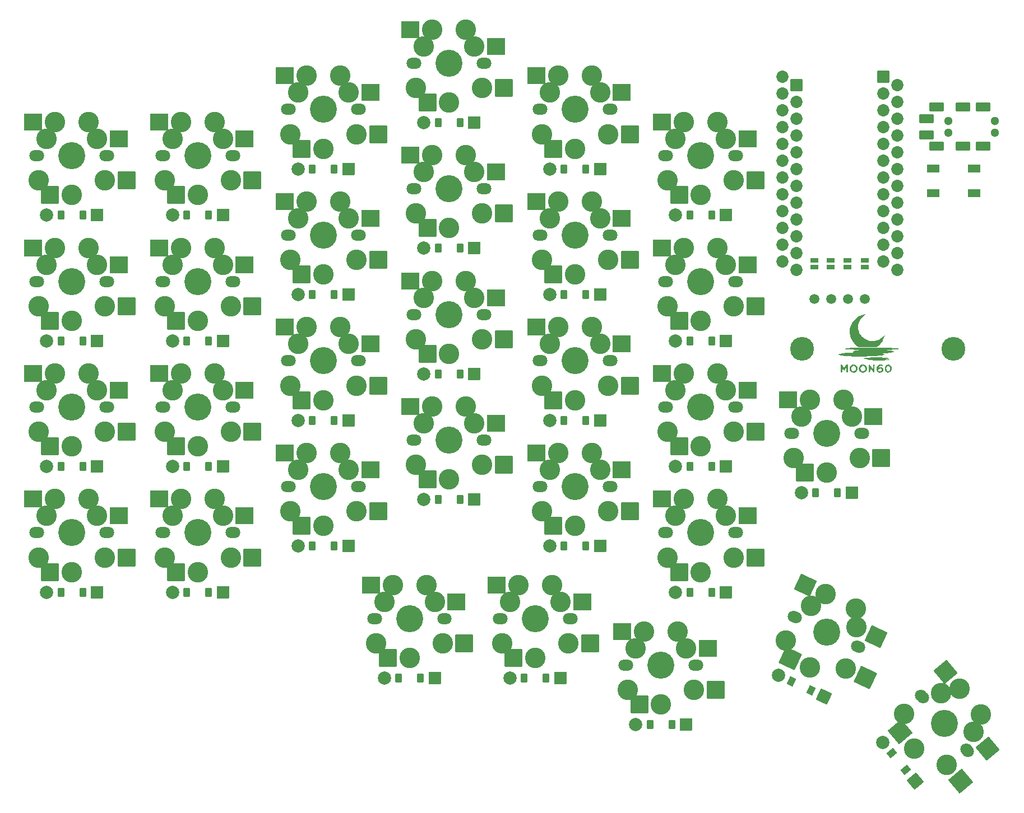
<source format=gbr>
%TF.GenerationSoftware,KiCad,Pcbnew,(6.0.10)*%
%TF.CreationDate,2023-02-13T20:56:48+01:00*%
%TF.ProjectId,insequor58_Moon60NOi2c,696e7365-7175-46f7-9235-38484d6f6f6e,v1.0.0*%
%TF.SameCoordinates,Original*%
%TF.FileFunction,Soldermask,Top*%
%TF.FilePolarity,Negative*%
%FSLAX46Y46*%
G04 Gerber Fmt 4.6, Leading zero omitted, Abs format (unit mm)*
G04 Created by KiCad (PCBNEW (6.0.10)) date 2023-02-13 20:56:48*
%MOMM*%
%LPD*%
G01*
G04 APERTURE LIST*
G04 Aperture macros list*
%AMRoundRect*
0 Rectangle with rounded corners*
0 $1 Rounding radius*
0 $2 $3 $4 $5 $6 $7 $8 $9 X,Y pos of 4 corners*
0 Add a 4 corners polygon primitive as box body*
4,1,4,$2,$3,$4,$5,$6,$7,$8,$9,$2,$3,0*
0 Add four circle primitives for the rounded corners*
1,1,$1+$1,$2,$3*
1,1,$1+$1,$4,$5*
1,1,$1+$1,$6,$7*
1,1,$1+$1,$8,$9*
0 Add four rect primitives between the rounded corners*
20,1,$1+$1,$2,$3,$4,$5,0*
20,1,$1+$1,$4,$5,$6,$7,0*
20,1,$1+$1,$6,$7,$8,$9,0*
20,1,$1+$1,$8,$9,$2,$3,0*%
G04 Aperture macros list end*
%ADD10RoundRect,0.050000X-0.900000X-0.550000X0.900000X-0.550000X0.900000X0.550000X-0.900000X0.550000X0*%
%ADD11C,4.087800*%
%ADD12C,1.801800*%
%ADD13C,3.100000*%
%ADD14RoundRect,0.050000X1.275000X1.250000X-1.275000X1.250000X-1.275000X-1.250000X1.275000X-1.250000X0*%
%ADD15C,1.497000*%
%ADD16C,3.529000*%
%ADD17RoundRect,0.050000X1.300000X1.300000X-1.300000X1.300000X-1.300000X-1.300000X1.300000X-1.300000X0*%
%ADD18RoundRect,0.050000X0.571500X-0.317500X0.571500X0.317500X-0.571500X0.317500X-0.571500X-0.317500X0*%
%ADD19C,2.005000*%
%ADD20RoundRect,0.050000X0.748881X0.040953X0.170372X0.730393X-0.748881X-0.040953X-0.170372X-0.730393X0*%
%ADD21RoundRect,0.050000X1.252452X-0.109575X0.109575X1.252452X-1.252452X0.109575X-0.109575X-1.252452X0*%
%ADD22C,3.600000*%
%ADD23RoundRect,0.050000X1.727604X0.628796X-0.628796X1.727604X-1.727604X-0.628796X0.628796X-1.727604X0*%
%ADD24RoundRect,0.050000X1.831482X-0.160234X0.160234X1.831482X-1.831482X0.160234X-0.160234X-1.831482X0*%
%ADD25RoundRect,0.050000X0.661409X0.353606X-0.154268X0.733963X-0.661409X-0.353606X0.154268X-0.733963X0*%
%ADD26RoundRect,0.050000X1.181415X0.430000X-0.430000X1.181415X-1.181415X-0.430000X0.430000X-1.181415X0*%
%ADD27C,1.300000*%
%ADD28RoundRect,0.050000X-1.050000X0.600000X-1.050000X-0.600000X1.050000X-0.600000X1.050000X0.600000X0*%
%ADD29RoundRect,0.050000X1.683815X0.594046X-0.627270X1.671723X-1.683815X-0.594046X0.627270X-1.671723X0*%
%ADD30RoundRect,0.050000X-0.876300X0.876300X-0.876300X-0.876300X0.876300X-0.876300X0.876300X0.876300X0*%
%ADD31C,1.852600*%
%ADD32RoundRect,0.050000X1.777110X-0.173222X0.138001X1.780191X-1.777110X0.173222X-0.138001X-1.780191X0*%
%ADD33RoundRect,0.050000X0.450000X0.600000X-0.450000X0.600000X-0.450000X-0.600000X0.450000X-0.600000X0*%
%ADD34RoundRect,0.050000X0.889000X0.889000X-0.889000X0.889000X-0.889000X-0.889000X0.889000X-0.889000X0*%
G04 APERTURE END LIST*
%TO.C,G\u002A\u002A\u002A*%
G36*
X252221333Y-137025709D02*
G01*
X252241128Y-137058483D01*
X252235507Y-137078659D01*
X252226857Y-137138860D01*
X252219619Y-137260985D01*
X252214429Y-137428806D01*
X252211922Y-137626098D01*
X252211788Y-137684351D01*
X252211394Y-137899808D01*
X252208908Y-138049192D01*
X252202375Y-138144586D01*
X252189842Y-138198072D01*
X252169352Y-138221731D01*
X252138951Y-138227645D01*
X252123865Y-138227750D01*
X252072111Y-138211318D01*
X252009565Y-138156193D01*
X251927702Y-138052816D01*
X251817999Y-137891629D01*
X251801480Y-137866288D01*
X251567019Y-137505309D01*
X251555783Y-137866771D01*
X251544547Y-138228232D01*
X251438552Y-138228288D01*
X251332557Y-138228345D01*
X251344237Y-137622596D01*
X251349032Y-137393262D01*
X251354370Y-137230643D01*
X251362098Y-137123311D01*
X251374064Y-137059838D01*
X251392113Y-137028797D01*
X251418093Y-137018759D01*
X251441929Y-137018109D01*
X251491906Y-137035235D01*
X251552605Y-137091517D01*
X251631976Y-137196392D01*
X251737967Y-137359299D01*
X251762403Y-137398614D01*
X251996865Y-137777857D01*
X252008049Y-137397352D01*
X252019233Y-137016848D01*
X252139230Y-137016848D01*
X252221333Y-137025709D01*
G37*
G36*
X253840388Y-137283397D02*
G01*
X253950917Y-137133487D01*
X254025276Y-137074221D01*
X254196609Y-137003336D01*
X254374383Y-136999488D01*
X254539632Y-137057858D01*
X254673389Y-137173628D01*
X254722419Y-137251309D01*
X254773489Y-137412512D01*
X254791558Y-137604158D01*
X254776971Y-137794775D01*
X254730071Y-137952893D01*
X254714430Y-137981878D01*
X254581761Y-138135569D01*
X254417043Y-138223876D01*
X254232435Y-138241614D01*
X254144628Y-138224775D01*
X253987110Y-138143455D01*
X253870088Y-138010421D01*
X253795233Y-137841784D01*
X253764217Y-137653659D01*
X253764880Y-137644904D01*
X253992640Y-137644904D01*
X254019955Y-137809413D01*
X254087831Y-137934586D01*
X254183237Y-138012730D01*
X254293145Y-138036157D01*
X254404527Y-137997173D01*
X254475413Y-137929885D01*
X254535653Y-137808347D01*
X254559659Y-137659787D01*
X254550433Y-137505628D01*
X254510979Y-137367290D01*
X254444297Y-137266195D01*
X254376948Y-137227373D01*
X254230157Y-137223681D01*
X254112524Y-137287049D01*
X254031402Y-137409488D01*
X253994147Y-137583008D01*
X253992640Y-137644904D01*
X253764880Y-137644904D01*
X253778712Y-137462159D01*
X253840388Y-137283397D01*
G37*
G36*
X250871816Y-129411542D02*
G01*
X250848103Y-129436759D01*
X250775098Y-129490801D01*
X250689252Y-129548418D01*
X250411397Y-129772923D01*
X250172657Y-130054862D01*
X249980375Y-130380266D01*
X249841890Y-130735166D01*
X249764545Y-131105593D01*
X249750519Y-131334674D01*
X249772306Y-131596801D01*
X249832711Y-131885848D01*
X249922574Y-132166885D01*
X250029907Y-132400013D01*
X250118361Y-132533013D01*
X250241897Y-132689321D01*
X250377353Y-132840126D01*
X250411479Y-132874694D01*
X250720199Y-133128433D01*
X251059263Y-133315346D01*
X251419470Y-133436019D01*
X251791620Y-133491036D01*
X252166513Y-133480984D01*
X252534947Y-133406447D01*
X252887723Y-133268010D01*
X253215640Y-133066259D01*
X253509496Y-132801779D01*
X253621848Y-132670487D01*
X253710684Y-132566575D01*
X253760952Y-132528815D01*
X253774342Y-132548800D01*
X253757685Y-132646213D01*
X253714032Y-132792646D01*
X253651419Y-132967255D01*
X253577885Y-133149198D01*
X253501465Y-133317633D01*
X253430198Y-133451717D01*
X253419422Y-133469204D01*
X253286952Y-133653761D01*
X253120295Y-133850577D01*
X252940718Y-134036845D01*
X252769491Y-134189757D01*
X252695983Y-134244976D01*
X252535408Y-134355800D01*
X251156830Y-134367477D01*
X249778251Y-134379155D01*
X249637096Y-134286091D01*
X249361265Y-134066725D01*
X249101015Y-133788899D01*
X248871919Y-133472306D01*
X248689551Y-133136640D01*
X248644627Y-133031001D01*
X248518659Y-132612510D01*
X248466045Y-132190482D01*
X248482751Y-131772286D01*
X248564742Y-131365293D01*
X248707984Y-130976872D01*
X248908442Y-130614394D01*
X249162082Y-130285228D01*
X249464869Y-129996746D01*
X249812768Y-129756316D01*
X250201746Y-129571309D01*
X250602639Y-129454228D01*
X250733854Y-129428636D01*
X250830503Y-129413294D01*
X250871777Y-129411505D01*
X250871816Y-129411542D01*
G37*
G36*
X247217568Y-137024141D02*
G01*
X247295120Y-137042357D01*
X247359782Y-137090365D01*
X247430059Y-137184734D01*
X247471091Y-137251150D01*
X247542094Y-137363762D01*
X247600112Y-137445204D01*
X247630175Y-137476053D01*
X247662635Y-137449651D01*
X247718955Y-137370664D01*
X247787157Y-137255960D01*
X247789605Y-137251520D01*
X247861727Y-137126399D01*
X247916387Y-137055866D01*
X247970872Y-137024504D01*
X248042466Y-137016896D01*
X248052741Y-137016848D01*
X248186865Y-137016848D01*
X248186865Y-138228232D01*
X247955137Y-138228232D01*
X247944001Y-137827694D01*
X247932865Y-137427155D01*
X247796845Y-137671386D01*
X247727499Y-137791049D01*
X247671888Y-137878121D01*
X247641127Y-137915307D01*
X247639897Y-137915617D01*
X247610686Y-137884805D01*
X247554232Y-137804034D01*
X247482840Y-137690924D01*
X247346711Y-137466232D01*
X247335527Y-137847232D01*
X247324342Y-138228232D01*
X247092711Y-138228232D01*
X247092711Y-137011896D01*
X247217568Y-137024141D01*
G37*
G36*
X252556614Y-137433657D02*
G01*
X252647494Y-137240766D01*
X252788412Y-137097093D01*
X252970737Y-137010381D01*
X253185839Y-136988372D01*
X253271266Y-136998053D01*
X253370574Y-137021873D01*
X253413867Y-137060679D01*
X253423172Y-137130959D01*
X253419510Y-137192054D01*
X253395723Y-137221985D01*
X253332612Y-137228813D01*
X253210981Y-137220604D01*
X253209942Y-137220518D01*
X253081243Y-137214164D01*
X252998226Y-137228430D01*
X252929190Y-137272978D01*
X252877788Y-137321758D01*
X252799587Y-137410846D01*
X252762443Y-137474970D01*
X252768740Y-137503224D01*
X252820863Y-137484702D01*
X252845713Y-137468448D01*
X252946226Y-137428675D01*
X253090334Y-137408698D01*
X253133462Y-137407617D01*
X253320536Y-137434080D01*
X253450306Y-137513645D01*
X253523058Y-137646578D01*
X253540403Y-137788084D01*
X253529898Y-137911600D01*
X253487084Y-138005103D01*
X253407542Y-138095371D01*
X253312609Y-138174629D01*
X253225429Y-138222153D01*
X253195815Y-138228232D01*
X253103403Y-138234997D01*
X253064907Y-138242284D01*
X252987194Y-138246528D01*
X252918038Y-138238661D01*
X252750881Y-138170679D01*
X252625242Y-138042308D01*
X252547681Y-137863059D01*
X252542633Y-137820761D01*
X252758865Y-137820761D01*
X252793089Y-137915158D01*
X252880226Y-137985042D01*
X252996970Y-138023187D01*
X253120017Y-138022372D01*
X253226062Y-137975372D01*
X253234480Y-137968176D01*
X253290178Y-137876159D01*
X253303506Y-137762508D01*
X253271570Y-137664704D01*
X253259049Y-137649894D01*
X253172191Y-137609914D01*
X253055085Y-137611638D01*
X252932112Y-137646738D01*
X252827651Y-137706886D01*
X252766084Y-137783752D01*
X252758865Y-137820761D01*
X252542633Y-137820761D01*
X252524403Y-137668024D01*
X252556614Y-137433657D01*
G37*
G36*
X249955134Y-137266087D02*
G01*
X250089789Y-137123204D01*
X250259551Y-137026658D01*
X250454223Y-136989055D01*
X250552333Y-136995464D01*
X250753304Y-137060802D01*
X250911562Y-137181435D01*
X251020439Y-137343315D01*
X251073264Y-137532389D01*
X251063369Y-137734609D01*
X250992122Y-137921996D01*
X250857238Y-138089499D01*
X250681828Y-138199158D01*
X250482079Y-138244734D01*
X250274176Y-138219988D01*
X250244467Y-138210246D01*
X250048431Y-138105734D01*
X249913211Y-137955020D01*
X249863772Y-137846699D01*
X249831929Y-137640440D01*
X249836997Y-137610839D01*
X250101634Y-137610839D01*
X250131492Y-137792894D01*
X250213288Y-137927738D01*
X250335357Y-138007637D01*
X250486034Y-138024853D01*
X250649216Y-137973971D01*
X250752929Y-137880686D01*
X250810444Y-137746867D01*
X250822556Y-137594427D01*
X250790065Y-137445277D01*
X250713770Y-137321326D01*
X250623041Y-137255625D01*
X250462182Y-137214222D01*
X250319139Y-137248006D01*
X250215859Y-137326457D01*
X250136443Y-137426419D01*
X250104863Y-137536722D01*
X250101634Y-137610839D01*
X249836997Y-137610839D01*
X249865781Y-137442701D01*
X249955134Y-137266087D01*
G37*
G36*
X252606257Y-135933141D02*
G01*
X252950345Y-135938803D01*
X253279404Y-135948621D01*
X253577858Y-135962332D01*
X253830127Y-135979677D01*
X254020636Y-136000393D01*
X254028015Y-136001476D01*
X254213031Y-136036004D01*
X254321902Y-136071882D01*
X254354269Y-136107279D01*
X254309771Y-136140366D01*
X254188050Y-136169314D01*
X254064169Y-136185373D01*
X253942946Y-136204105D01*
X253894418Y-136225320D01*
X253913328Y-136245879D01*
X253994420Y-136262640D01*
X254132439Y-136272465D01*
X254212174Y-136273788D01*
X254376520Y-136278532D01*
X254466696Y-136290290D01*
X254486122Y-136306735D01*
X254438223Y-136325545D01*
X254326421Y-136344394D01*
X254154138Y-136360958D01*
X254076374Y-136366007D01*
X253898712Y-136373196D01*
X253659150Y-136378493D01*
X253373922Y-136381923D01*
X253059257Y-136383508D01*
X252731388Y-136383272D01*
X252406546Y-136381236D01*
X252100962Y-136377425D01*
X251830868Y-136371862D01*
X251612496Y-136364569D01*
X251567019Y-136362435D01*
X251420213Y-136349547D01*
X251312766Y-136330172D01*
X251253009Y-136308330D01*
X251249272Y-136288043D01*
X251309886Y-136273330D01*
X251373588Y-136269074D01*
X251404017Y-136263741D01*
X251365204Y-136253494D01*
X251265788Y-136239945D01*
X251156776Y-136228599D01*
X250910514Y-136202139D01*
X250735805Y-136175637D01*
X250626060Y-136147627D01*
X250574689Y-136116646D01*
X250568917Y-136097970D01*
X250587486Y-136068772D01*
X250643514Y-136043671D01*
X250745205Y-136021262D01*
X250900766Y-136000141D01*
X251118401Y-135978905D01*
X251391172Y-135957268D01*
X251639598Y-135943697D01*
X251935306Y-135935327D01*
X252262718Y-135931895D01*
X252606257Y-135933141D01*
G37*
G36*
X248548364Y-137266087D02*
G01*
X248683020Y-137123204D01*
X248852782Y-137026658D01*
X249047454Y-136989055D01*
X249145564Y-136995464D01*
X249346535Y-137060802D01*
X249504793Y-137181435D01*
X249613670Y-137343315D01*
X249666495Y-137532389D01*
X249656600Y-137734609D01*
X249585353Y-137921996D01*
X249450468Y-138089499D01*
X249275059Y-138199158D01*
X249075310Y-138244734D01*
X248867407Y-138219988D01*
X248837698Y-138210246D01*
X248641662Y-138105734D01*
X248506442Y-137955020D01*
X248457003Y-137846699D01*
X248425159Y-137640440D01*
X248430227Y-137610839D01*
X248694865Y-137610839D01*
X248724722Y-137792894D01*
X248806519Y-137927738D01*
X248928588Y-138007637D01*
X249079265Y-138024853D01*
X249242446Y-137973971D01*
X249346160Y-137880686D01*
X249403674Y-137746867D01*
X249415787Y-137594427D01*
X249383296Y-137445277D01*
X249307001Y-137321326D01*
X249216271Y-137255625D01*
X249055413Y-137214222D01*
X248912370Y-137248006D01*
X248809090Y-137326457D01*
X248729673Y-137426419D01*
X248698093Y-137536722D01*
X248694865Y-137610839D01*
X248430227Y-137610839D01*
X248459012Y-137442701D01*
X248548364Y-137266087D01*
G37*
G36*
X252592448Y-134444635D02*
G01*
X253116679Y-134450879D01*
X253616954Y-134460722D01*
X254083993Y-134474280D01*
X254185172Y-134477916D01*
X254659654Y-134497587D01*
X255060098Y-134518354D01*
X255386039Y-134540140D01*
X255637012Y-134562865D01*
X255812553Y-134586454D01*
X255912195Y-134610828D01*
X255935475Y-134635909D01*
X255881926Y-134661621D01*
X255751084Y-134687885D01*
X255579191Y-134710535D01*
X255427741Y-134724926D01*
X255220615Y-134740609D01*
X254980239Y-134756082D01*
X254729041Y-134769845D01*
X254606617Y-134775607D01*
X253950711Y-134804562D01*
X254380557Y-134856271D01*
X254689419Y-134899083D01*
X254922323Y-134943752D01*
X255078975Y-134989763D01*
X255159082Y-135036602D01*
X255162349Y-135083754D01*
X255088482Y-135130703D01*
X254937187Y-135176936D01*
X254708170Y-135221937D01*
X254599151Y-135238834D01*
X254386832Y-135266137D01*
X254137909Y-135292616D01*
X253893854Y-135314023D01*
X253800134Y-135320650D01*
X253615544Y-135332868D01*
X253500233Y-135342830D01*
X253445474Y-135353071D01*
X253442541Y-135366131D01*
X253482706Y-135384544D01*
X253526596Y-135400170D01*
X253622846Y-135433059D01*
X253680760Y-135451670D01*
X253686942Y-135453182D01*
X253696507Y-135484038D01*
X253696711Y-135491756D01*
X253658725Y-135536409D01*
X253549081Y-135578734D01*
X253374249Y-135618395D01*
X253140699Y-135655059D01*
X252854902Y-135688389D01*
X252523328Y-135718053D01*
X252152446Y-135743715D01*
X251748728Y-135765040D01*
X251318643Y-135781694D01*
X250868662Y-135793342D01*
X250405254Y-135799650D01*
X249934891Y-135800283D01*
X249464042Y-135794907D01*
X248999177Y-135783186D01*
X248546767Y-135764786D01*
X248481424Y-135761483D01*
X248093700Y-135737420D01*
X247741982Y-135707780D01*
X247432757Y-135673576D01*
X247172511Y-135635817D01*
X246967732Y-135595513D01*
X246824906Y-135553675D01*
X246750520Y-135511314D01*
X246741019Y-135490398D01*
X246778688Y-135450971D01*
X246886106Y-135410995D01*
X247054889Y-135371732D01*
X247276655Y-135334443D01*
X247543017Y-135300389D01*
X247845594Y-135270832D01*
X248176001Y-135247033D01*
X248450634Y-135233156D01*
X248719080Y-135220010D01*
X248912071Y-135205502D01*
X249032301Y-135189132D01*
X249082463Y-135170399D01*
X249065252Y-135148805D01*
X249007480Y-135129833D01*
X248944113Y-135098077D01*
X248929326Y-135072932D01*
X248968276Y-135022912D01*
X249084635Y-134974227D01*
X249277665Y-134927109D01*
X249531348Y-134884015D01*
X249700782Y-134858587D01*
X249842045Y-134836329D01*
X249936705Y-134820204D01*
X249964865Y-134814312D01*
X249939793Y-134809595D01*
X249847408Y-134803178D01*
X249698517Y-134795595D01*
X249503928Y-134787378D01*
X249274451Y-134779061D01*
X249202865Y-134776705D01*
X248875523Y-134764119D01*
X248571333Y-134748490D01*
X248299619Y-134730594D01*
X248069707Y-134711207D01*
X247890922Y-134691106D01*
X247772589Y-134671066D01*
X247725548Y-134653787D01*
X247715993Y-134627554D01*
X247752221Y-134605530D01*
X247843824Y-134584983D01*
X248000398Y-134563181D01*
X248074036Y-134554554D01*
X248327454Y-134531206D01*
X248649711Y-134510293D01*
X249031529Y-134491933D01*
X249463628Y-134476240D01*
X249936727Y-134463332D01*
X250441547Y-134453325D01*
X250968809Y-134446336D01*
X251509233Y-134442480D01*
X252053539Y-134441874D01*
X252592448Y-134444635D01*
G37*
%TD*%
D10*
%TO.C,B1*%
X261060000Y-107370000D03*
X267260000Y-107370000D03*
X261060000Y-111070000D03*
X267260000Y-111070000D03*
%TD*%
D11*
%TO.C,S20*%
X168960000Y-136440000D03*
D12*
X174040000Y-136440000D03*
D13*
X171500000Y-131360000D03*
D12*
X163880000Y-136440000D03*
D13*
X165150000Y-133900000D03*
X172770000Y-133900000D03*
X166420000Y-131360000D03*
D14*
X176045000Y-133900000D03*
X163118000Y-131360000D03*
%TD*%
D15*
%TO.C,J3*%
X243107874Y-127064604D03*
X245647874Y-127064604D03*
X248187874Y-127064604D03*
X250727874Y-127064604D03*
%TD*%
D13*
%TO.C,S30*%
X185420000Y-105360000D03*
X184150000Y-107900000D03*
X190500000Y-105360000D03*
D12*
X182880000Y-110440000D03*
D11*
X187960000Y-110440000D03*
D12*
X193040000Y-110440000D03*
D13*
X191770000Y-107900000D03*
D14*
X195045000Y-107900000D03*
X182118000Y-105360000D03*
%TD*%
D13*
%TO.C,S14*%
X153770000Y-121900000D03*
D12*
X155040000Y-124440000D03*
D13*
X146150000Y-121900000D03*
D11*
X149960000Y-124440000D03*
D12*
X144880000Y-124440000D03*
D13*
X152500000Y-119360000D03*
X147420000Y-119360000D03*
D14*
X157045000Y-121900000D03*
X144118000Y-119360000D03*
%TD*%
D12*
%TO.C,S1*%
X125460000Y-162440000D03*
X136460000Y-162440000D03*
D13*
X130960000Y-168390000D03*
X135960000Y-166190000D03*
X130960000Y-168390000D03*
X125960000Y-166190000D03*
D16*
X130960000Y-162440000D03*
D17*
X127685000Y-168390000D03*
X139235000Y-166190000D03*
%TD*%
D18*
%TO.C,JP6*%
X248108849Y-122269491D03*
X248108849Y-121268731D03*
%TD*%
D13*
%TO.C,S43*%
X220960000Y-147190000D03*
D12*
X231460000Y-143440000D03*
D13*
X225960000Y-149390000D03*
D16*
X225960000Y-143440000D03*
D13*
X225960000Y-149390000D03*
D12*
X220460000Y-143440000D03*
D13*
X230960000Y-147190000D03*
D17*
X222685000Y-149390000D03*
X234235000Y-147190000D03*
%TD*%
D12*
%TO.C,S2*%
X125880000Y-162440000D03*
X136040000Y-162440000D03*
D13*
X127150000Y-159900000D03*
X134770000Y-159900000D03*
X128420000Y-157360000D03*
X133500000Y-157360000D03*
D11*
X130960000Y-162440000D03*
D14*
X138045000Y-159900000D03*
X125118000Y-157360000D03*
%TD*%
D12*
%TO.C,S13*%
X144460000Y-124440000D03*
D13*
X154960000Y-128190000D03*
X149960000Y-130390000D03*
D12*
X155460000Y-124440000D03*
D16*
X149960000Y-124440000D03*
D13*
X149960000Y-130390000D03*
X144960000Y-128190000D03*
D17*
X146685000Y-130390000D03*
X158235000Y-128190000D03*
%TD*%
D13*
%TO.C,S32*%
X184150000Y-88900000D03*
X190500000Y-86360000D03*
D12*
X182880000Y-91440000D03*
X193040000Y-91440000D03*
D13*
X191770000Y-88900000D03*
D11*
X187960000Y-91440000D03*
D13*
X185420000Y-86360000D03*
D14*
X195045000Y-88900000D03*
X182118000Y-86360000D03*
%TD*%
D12*
%TO.C,S10*%
X144880000Y-162440000D03*
D13*
X152500000Y-157360000D03*
X147420000Y-157360000D03*
X146150000Y-159900000D03*
D12*
X155040000Y-162440000D03*
D11*
X149960000Y-162440000D03*
D13*
X153770000Y-159900000D03*
D14*
X157045000Y-159900000D03*
X144118000Y-157360000D03*
%TD*%
D13*
%TO.C,S40*%
X203150000Y-95900000D03*
D11*
X206960000Y-98440000D03*
D13*
X209500000Y-93360000D03*
D12*
X212040000Y-98440000D03*
X201880000Y-98440000D03*
D13*
X210770000Y-95900000D03*
X204420000Y-93360000D03*
D14*
X214045000Y-95900000D03*
X201118000Y-93360000D03*
%TD*%
D12*
%TO.C,S16*%
X155040000Y-105440000D03*
X144880000Y-105440000D03*
D13*
X147420000Y-100360000D03*
D11*
X149960000Y-105440000D03*
D13*
X146150000Y-102900000D03*
X152500000Y-100360000D03*
X153770000Y-102900000D03*
D14*
X157045000Y-102900000D03*
X144118000Y-100360000D03*
%TD*%
D19*
%TO.C,D30*%
X253442259Y-194135600D03*
D20*
X256951880Y-198318202D03*
X254830680Y-195790256D03*
D21*
X258340301Y-199972858D03*
%TD*%
D16*
%TO.C,S31*%
X187960000Y-91440000D03*
D12*
X193460000Y-91440000D03*
D13*
X187960000Y-97390000D03*
X192960000Y-95190000D03*
D12*
X182460000Y-91440000D03*
D13*
X182960000Y-95190000D03*
X187960000Y-97390000D03*
D17*
X184685000Y-97390000D03*
X196235000Y-95190000D03*
%TD*%
D12*
%TO.C,S22*%
X163880000Y-117440000D03*
D13*
X165150000Y-114900000D03*
D12*
X174040000Y-117440000D03*
D13*
X166420000Y-112360000D03*
X171500000Y-112360000D03*
X172770000Y-114900000D03*
D11*
X168960000Y-117440000D03*
D14*
X176045000Y-114900000D03*
X163118000Y-112360000D03*
%TD*%
D12*
%TO.C,S27*%
X193460000Y-129440000D03*
D13*
X182960000Y-133190000D03*
X192960000Y-133190000D03*
D12*
X182460000Y-129440000D03*
D13*
X187960000Y-135390000D03*
X187960000Y-135390000D03*
D16*
X187960000Y-129440000D03*
D17*
X184685000Y-135390000D03*
X196235000Y-133190000D03*
%TD*%
D13*
%TO.C,S34*%
X203150000Y-152900000D03*
X204420000Y-150360000D03*
D11*
X206960000Y-155440000D03*
D12*
X201880000Y-155440000D03*
D13*
X210770000Y-152900000D03*
D12*
X212040000Y-155440000D03*
D13*
X209500000Y-150360000D03*
D14*
X214045000Y-152900000D03*
X201118000Y-150360000D03*
%TD*%
D12*
%TO.C,S29*%
X182460000Y-110440000D03*
D13*
X187960000Y-116390000D03*
X187960000Y-116390000D03*
D12*
X193460000Y-110440000D03*
D16*
X187960000Y-110440000D03*
D13*
X192960000Y-114190000D03*
X182960000Y-114190000D03*
D17*
X184685000Y-116390000D03*
X196235000Y-114190000D03*
%TD*%
D22*
%TO.C,REF\u002A\u002A*%
X264160000Y-134620000D03*
%TD*%
D13*
%TO.C,S55*%
X244960000Y-153390000D03*
D12*
X239460000Y-147440000D03*
D13*
X239960000Y-151190000D03*
X244960000Y-153390000D03*
D12*
X250460000Y-147440000D03*
D16*
X244960000Y-147440000D03*
D13*
X249960000Y-151190000D03*
D17*
X241685000Y-153390000D03*
X253235000Y-151190000D03*
%TD*%
D22*
%TO.C,REF\u002A\u002A*%
X241300000Y-134620000D03*
%TD*%
D13*
%TO.C,S5*%
X125960000Y-128190000D03*
X130960000Y-130390000D03*
D12*
X125460000Y-124440000D03*
D13*
X135960000Y-128190000D03*
D12*
X136460000Y-124440000D03*
D16*
X130960000Y-124440000D03*
D13*
X130960000Y-130390000D03*
D17*
X127685000Y-130390000D03*
X139235000Y-128190000D03*
%TD*%
D13*
%TO.C,S57*%
X242445421Y-182832531D03*
D16*
X244960000Y-177440000D03*
D12*
X239975307Y-175115600D03*
D13*
X238843643Y-178725563D03*
X247906720Y-182951746D03*
D12*
X249944693Y-179764400D03*
D13*
X242445421Y-182832531D03*
D23*
X239477263Y-181448457D03*
X250874878Y-184335820D03*
%TD*%
D13*
%TO.C,S15*%
X144960000Y-109190000D03*
X149960000Y-111390000D03*
X149960000Y-111390000D03*
X154960000Y-109190000D03*
D12*
X155460000Y-105440000D03*
D16*
X149960000Y-105440000D03*
D12*
X144460000Y-105440000D03*
D17*
X146685000Y-111390000D03*
X158235000Y-109190000D03*
%TD*%
D13*
%TO.C,S21*%
X173960000Y-121190000D03*
X168960000Y-123390000D03*
X163960000Y-121190000D03*
D16*
X168960000Y-117440000D03*
D13*
X168960000Y-123390000D03*
D12*
X174460000Y-117440000D03*
X163460000Y-117440000D03*
D17*
X165685000Y-123390000D03*
X177235000Y-121190000D03*
%TD*%
D13*
%TO.C,S47*%
X225960000Y-111390000D03*
D16*
X225960000Y-105440000D03*
D13*
X225960000Y-111390000D03*
X230960000Y-109190000D03*
D12*
X220460000Y-105440000D03*
X231460000Y-105440000D03*
D13*
X220960000Y-109190000D03*
D17*
X222685000Y-111390000D03*
X234235000Y-109190000D03*
%TD*%
D12*
%TO.C,S42*%
X220880000Y-162440000D03*
X231040000Y-162440000D03*
D13*
X228500000Y-157360000D03*
X222150000Y-159900000D03*
X223420000Y-157360000D03*
D11*
X225960000Y-162440000D03*
D13*
X229770000Y-159900000D03*
D14*
X233045000Y-159900000D03*
X220118000Y-157360000D03*
%TD*%
D13*
%TO.C,S6*%
X127150000Y-121900000D03*
X128420000Y-119360000D03*
D12*
X125880000Y-124440000D03*
D13*
X133500000Y-119360000D03*
D11*
X130960000Y-124440000D03*
D12*
X136040000Y-124440000D03*
D13*
X134770000Y-121900000D03*
D14*
X138045000Y-121900000D03*
X125118000Y-119360000D03*
%TD*%
D18*
%TO.C,JP5*%
X250716848Y-122269491D03*
X250716848Y-121268731D03*
%TD*%
D13*
%TO.C,S49*%
X176960000Y-179190000D03*
D12*
X176460000Y-175440000D03*
D13*
X181960000Y-181390000D03*
D16*
X181960000Y-175440000D03*
D13*
X181960000Y-181390000D03*
X186960000Y-179190000D03*
D12*
X187460000Y-175440000D03*
D17*
X178685000Y-181390000D03*
X190235000Y-179190000D03*
%TD*%
D16*
%TO.C,S23*%
X168960000Y-98440000D03*
D13*
X163960000Y-102190000D03*
X173960000Y-102190000D03*
X168960000Y-104390000D03*
D12*
X174460000Y-98440000D03*
D13*
X168960000Y-104390000D03*
D12*
X163460000Y-98440000D03*
D17*
X165685000Y-104390000D03*
X177235000Y-102190000D03*
%TD*%
D12*
%TO.C,S18*%
X174040000Y-155440000D03*
D13*
X172770000Y-152900000D03*
X166420000Y-150360000D03*
X165150000Y-152900000D03*
X171500000Y-150360000D03*
D11*
X168960000Y-155440000D03*
D12*
X163880000Y-155440000D03*
D14*
X176045000Y-152900000D03*
X163118000Y-150360000D03*
%TD*%
D12*
%TO.C,S45*%
X231460000Y-124440000D03*
D13*
X220960000Y-128190000D03*
X230960000Y-128190000D03*
X225960000Y-130390000D03*
X225960000Y-130390000D03*
D12*
X220460000Y-124440000D03*
D16*
X225960000Y-124440000D03*
D17*
X222685000Y-130390000D03*
X234235000Y-128190000D03*
%TD*%
D12*
%TO.C,S33*%
X212460000Y-155440000D03*
X201460000Y-155440000D03*
D13*
X206960000Y-161390000D03*
X206960000Y-161390000D03*
D16*
X206960000Y-155440000D03*
D13*
X201960000Y-159190000D03*
X211960000Y-159190000D03*
D17*
X203685000Y-161390000D03*
X215235000Y-159190000D03*
%TD*%
D13*
%TO.C,S37*%
X206960000Y-123390000D03*
D12*
X201460000Y-117440000D03*
D13*
X211960000Y-121190000D03*
X206960000Y-123390000D03*
X201960000Y-121190000D03*
D16*
X206960000Y-117440000D03*
D12*
X212460000Y-117440000D03*
D17*
X203685000Y-123390000D03*
X215235000Y-121190000D03*
%TD*%
D12*
%TO.C,S7*%
X136460000Y-105440000D03*
D16*
X130960000Y-105440000D03*
D13*
X135960000Y-109190000D03*
X125960000Y-109190000D03*
D12*
X125460000Y-105440000D03*
D13*
X130960000Y-111390000D03*
X130960000Y-111390000D03*
D17*
X127685000Y-111390000D03*
X139235000Y-109190000D03*
%TD*%
D12*
%TO.C,S48*%
X220880000Y-105440000D03*
D13*
X223420000Y-100360000D03*
D11*
X225960000Y-105440000D03*
D13*
X222150000Y-102900000D03*
X228500000Y-100360000D03*
X229770000Y-102900000D03*
D12*
X231040000Y-105440000D03*
D14*
X233045000Y-102900000D03*
X220118000Y-100360000D03*
%TD*%
D13*
%TO.C,S44*%
X222150000Y-140900000D03*
X223420000Y-138360000D03*
X229770000Y-140900000D03*
X228500000Y-138360000D03*
D12*
X220880000Y-143440000D03*
X231040000Y-143440000D03*
D11*
X225960000Y-143440000D03*
D14*
X233045000Y-140900000D03*
X220118000Y-138360000D03*
%TD*%
D13*
%TO.C,S50*%
X178150000Y-172900000D03*
X185770000Y-172900000D03*
D11*
X181960000Y-175440000D03*
D13*
X184500000Y-170360000D03*
X179420000Y-170360000D03*
D12*
X187040000Y-175440000D03*
X176880000Y-175440000D03*
D14*
X189045000Y-172900000D03*
X176118000Y-170360000D03*
%TD*%
D12*
%TO.C,S11*%
X144460000Y-143440000D03*
D13*
X149960000Y-149390000D03*
D12*
X155460000Y-143440000D03*
D13*
X144960000Y-147190000D03*
D16*
X149960000Y-143440000D03*
D13*
X149960000Y-149390000D03*
X154960000Y-147190000D03*
D17*
X146685000Y-149390000D03*
X158235000Y-147190000D03*
%TD*%
D12*
%TO.C,S24*%
X163880000Y-98440000D03*
X174040000Y-98440000D03*
D13*
X172770000Y-95900000D03*
X165150000Y-95900000D03*
D11*
X168960000Y-98440000D03*
D13*
X171500000Y-93360000D03*
X166420000Y-93360000D03*
D14*
X176045000Y-95900000D03*
X163118000Y-93360000D03*
%TD*%
D18*
%TO.C,JP8*%
X243108849Y-122269491D03*
X243108849Y-121268731D03*
%TD*%
D13*
%TO.C,S35*%
X201960000Y-140190000D03*
X211960000Y-140190000D03*
D12*
X212460000Y-136440000D03*
D13*
X206960000Y-142390000D03*
D16*
X206960000Y-136440000D03*
D13*
X206960000Y-142390000D03*
D12*
X201460000Y-136440000D03*
D17*
X203685000Y-142390000D03*
X215235000Y-140190000D03*
%TD*%
D13*
%TO.C,S59*%
X258227716Y-195093727D03*
X263126951Y-197509817D03*
D12*
X259250348Y-187055897D03*
D13*
X258227716Y-195093727D03*
D12*
X266321012Y-195482385D03*
D13*
X256699075Y-189849372D03*
D16*
X262785680Y-191269141D03*
D24*
X256122586Y-192584932D03*
X265232081Y-200018612D03*
%TD*%
D13*
%TO.C,S17*%
X168960000Y-161390000D03*
D16*
X168960000Y-155440000D03*
D13*
X173960000Y-159190000D03*
X163960000Y-159190000D03*
X168960000Y-161390000D03*
D12*
X163460000Y-155440000D03*
X174460000Y-155440000D03*
D17*
X165685000Y-161390000D03*
X177235000Y-159190000D03*
%TD*%
D13*
%TO.C,S38*%
X204420000Y-112360000D03*
D12*
X212040000Y-117440000D03*
D13*
X203150000Y-114900000D03*
D12*
X201880000Y-117440000D03*
D13*
X209500000Y-112360000D03*
X210770000Y-114900000D03*
D11*
X206960000Y-117440000D03*
D14*
X214045000Y-114900000D03*
X201118000Y-112360000D03*
%TD*%
D13*
%TO.C,S19*%
X163960000Y-140190000D03*
D12*
X163460000Y-136440000D03*
D16*
X168960000Y-136440000D03*
D13*
X168960000Y-142390000D03*
X168960000Y-142390000D03*
D12*
X174460000Y-136440000D03*
D13*
X173960000Y-140190000D03*
D17*
X165685000Y-142390000D03*
X177235000Y-140190000D03*
%TD*%
D19*
%TO.C,D29*%
X237703403Y-183986594D03*
D25*
X242651844Y-186294090D03*
X239661028Y-184899450D03*
D26*
X244609469Y-187206946D03*
%TD*%
D13*
%TO.C,S54*%
X223770000Y-179900000D03*
X216150000Y-179900000D03*
D12*
X214880000Y-182440000D03*
D13*
X217420000Y-177360000D03*
D12*
X225040000Y-182440000D03*
D13*
X222500000Y-177360000D03*
D11*
X219960000Y-182440000D03*
D14*
X227045000Y-179900000D03*
X214118000Y-177360000D03*
%TD*%
D13*
%TO.C,S46*%
X223420000Y-119360000D03*
X222150000Y-121900000D03*
D12*
X231040000Y-124440000D03*
D13*
X228500000Y-119360000D03*
D12*
X220880000Y-124440000D03*
D11*
X225960000Y-124440000D03*
D13*
X229770000Y-121900000D03*
D14*
X233045000Y-121900000D03*
X220118000Y-119360000D03*
%TD*%
D27*
%TO.C,J2*%
X270397619Y-100170787D03*
X263397619Y-100170787D03*
X270397619Y-101920787D03*
X263397619Y-101920787D03*
D28*
X261597619Y-104020787D03*
X261597619Y-98070787D03*
X265597619Y-104020787D03*
X265597619Y-98070787D03*
X268597619Y-104020787D03*
X268597619Y-98070787D03*
X260097619Y-99820787D03*
X260097619Y-102270787D03*
%TD*%
D13*
%TO.C,S8*%
X127150000Y-102900000D03*
X133500000Y-100360000D03*
X128420000Y-100360000D03*
D12*
X136040000Y-105440000D03*
X125880000Y-105440000D03*
D11*
X130960000Y-105440000D03*
D13*
X134770000Y-102900000D03*
D14*
X138045000Y-102900000D03*
X125118000Y-100360000D03*
%TD*%
D11*
%TO.C,S28*%
X187960000Y-129440000D03*
D13*
X184150000Y-126900000D03*
X191770000Y-126900000D03*
X185420000Y-124360000D03*
D12*
X193040000Y-129440000D03*
D13*
X190500000Y-124360000D03*
D12*
X182880000Y-129440000D03*
D14*
X195045000Y-126900000D03*
X182118000Y-124360000D03*
%TD*%
D12*
%TO.C,S56*%
X250040000Y-147440000D03*
D11*
X244960000Y-147440000D03*
D12*
X239880000Y-147440000D03*
D13*
X248770000Y-144900000D03*
X247500000Y-142360000D03*
X241150000Y-144900000D03*
X242420000Y-142360000D03*
D14*
X252045000Y-144900000D03*
X239118000Y-142360000D03*
%TD*%
D16*
%TO.C,S41*%
X225960000Y-162440000D03*
D12*
X220460000Y-162440000D03*
D13*
X230960000Y-166190000D03*
X220960000Y-166190000D03*
X225960000Y-168390000D03*
X225960000Y-168390000D03*
D12*
X231460000Y-162440000D03*
D17*
X222685000Y-168390000D03*
X234235000Y-166190000D03*
%TD*%
D13*
%TO.C,S12*%
X152500000Y-138360000D03*
X153770000Y-140900000D03*
D12*
X155040000Y-143440000D03*
X144880000Y-143440000D03*
D11*
X149960000Y-143440000D03*
D13*
X146150000Y-140900000D03*
X147420000Y-138360000D03*
D14*
X157045000Y-140900000D03*
X144118000Y-138360000D03*
%TD*%
D13*
%TO.C,S39*%
X201960000Y-102190000D03*
X206960000Y-104390000D03*
D12*
X201460000Y-98440000D03*
X212460000Y-98440000D03*
D16*
X206960000Y-98440000D03*
D13*
X206960000Y-104390000D03*
X211960000Y-102190000D03*
D17*
X203685000Y-104390000D03*
X215235000Y-102190000D03*
%TD*%
D12*
%TO.C,S36*%
X201880000Y-136440000D03*
D13*
X209500000Y-131360000D03*
X204420000Y-131360000D03*
X203150000Y-133900000D03*
D12*
X212040000Y-136440000D03*
D11*
X206960000Y-136440000D03*
D13*
X210770000Y-133900000D03*
D14*
X214045000Y-133900000D03*
X201118000Y-131360000D03*
%TD*%
D12*
%TO.C,S3*%
X125460000Y-143440000D03*
D16*
X130960000Y-143440000D03*
D13*
X130960000Y-149390000D03*
D12*
X136460000Y-143440000D03*
D13*
X130960000Y-149390000D03*
X135960000Y-147190000D03*
X125960000Y-147190000D03*
D17*
X127685000Y-149390000D03*
X139235000Y-147190000D03*
%TD*%
D13*
%TO.C,S26*%
X191770000Y-145900000D03*
X185420000Y-143360000D03*
X184150000Y-145900000D03*
D12*
X193040000Y-148440000D03*
D13*
X190500000Y-143360000D03*
D12*
X182880000Y-148440000D03*
D11*
X187960000Y-148440000D03*
D14*
X195045000Y-145900000D03*
X182118000Y-143360000D03*
%TD*%
D12*
%TO.C,S58*%
X249564044Y-179586901D03*
X240355956Y-175293099D03*
D13*
X244804879Y-171762506D03*
X249408923Y-173909407D03*
X242580418Y-173527803D03*
X249486483Y-176748154D03*
D11*
X244960000Y-177440000D03*
D29*
X252454641Y-178132229D03*
X241812251Y-170367021D03*
%TD*%
D30*
%TO.C,MCU2*%
X240429495Y-94768135D03*
D31*
X240429495Y-97308135D03*
X240429495Y-99848135D03*
X240429495Y-102388135D03*
X240429495Y-104928135D03*
X240429495Y-107468135D03*
X240429495Y-110008135D03*
X240429495Y-112548135D03*
X240429495Y-115088135D03*
X240429495Y-117628135D03*
X240429495Y-120168135D03*
X240429495Y-122708135D03*
X255669495Y-94768135D03*
X255669495Y-97308135D03*
X255669495Y-99848135D03*
X255669495Y-102388135D03*
X255669495Y-104928135D03*
X255669495Y-107468135D03*
X255669495Y-110008135D03*
X255669495Y-112548135D03*
X255669495Y-115088135D03*
X255669495Y-117628135D03*
X255669495Y-120168135D03*
X255669495Y-122708135D03*
%TD*%
D13*
%TO.C,S25*%
X182960000Y-152190000D03*
D16*
X187960000Y-148440000D03*
D13*
X187960000Y-154390000D03*
D12*
X193460000Y-148440000D03*
D13*
X192960000Y-152190000D03*
D12*
X182460000Y-148440000D03*
D13*
X187960000Y-154390000D03*
D17*
X184685000Y-154390000D03*
X196235000Y-152190000D03*
%TD*%
D16*
%TO.C,S51*%
X200960000Y-175440000D03*
D13*
X205960000Y-179190000D03*
X200960000Y-181390000D03*
X195960000Y-179190000D03*
D12*
X195460000Y-175440000D03*
D13*
X200960000Y-181390000D03*
D12*
X206460000Y-175440000D03*
D17*
X197685000Y-181390000D03*
X209235000Y-179190000D03*
%TD*%
D12*
%TO.C,S53*%
X214460000Y-182440000D03*
D16*
X219960000Y-182440000D03*
D12*
X225460000Y-182440000D03*
D13*
X224960000Y-186190000D03*
X219960000Y-188390000D03*
X219960000Y-188390000D03*
X214960000Y-186190000D03*
D17*
X216685000Y-188390000D03*
X228235000Y-186190000D03*
%TD*%
D30*
%TO.C,MCU1*%
X253580000Y-93470000D03*
D31*
X253580000Y-96010000D03*
X253580000Y-98550000D03*
X253580000Y-101090000D03*
X253580000Y-103630000D03*
X253580000Y-106170000D03*
X253580000Y-108710000D03*
X253580000Y-111250000D03*
X253580000Y-113790000D03*
X253580000Y-116330000D03*
X253580000Y-118870000D03*
X253580000Y-121410000D03*
X238340000Y-93470000D03*
X238340000Y-96010000D03*
X238340000Y-98550000D03*
X238340000Y-101090000D03*
X238340000Y-103630000D03*
X238340000Y-106170000D03*
X238340000Y-108710000D03*
X238340000Y-111250000D03*
X238340000Y-113790000D03*
X238340000Y-116330000D03*
X238340000Y-118870000D03*
X238340000Y-121410000D03*
%TD*%
D12*
%TO.C,S9*%
X144460000Y-162440000D03*
X155460000Y-162440000D03*
D13*
X149960000Y-168390000D03*
X149960000Y-168390000D03*
X144960000Y-166190000D03*
D16*
X149960000Y-162440000D03*
D13*
X154960000Y-166190000D03*
D17*
X146685000Y-168390000D03*
X158235000Y-166190000D03*
%TD*%
D11*
%TO.C,S4*%
X130960000Y-143440000D03*
D13*
X127150000Y-140900000D03*
D12*
X136040000Y-143440000D03*
X125880000Y-143440000D03*
D13*
X134770000Y-140900000D03*
X128420000Y-138360000D03*
X133500000Y-138360000D03*
D14*
X138045000Y-140900000D03*
X125118000Y-138360000D03*
%TD*%
D13*
%TO.C,S52*%
X204770000Y-172900000D03*
X197150000Y-172900000D03*
D12*
X195880000Y-175440000D03*
D13*
X198420000Y-170360000D03*
D12*
X206040000Y-175440000D03*
D11*
X200960000Y-175440000D03*
D13*
X203500000Y-170360000D03*
D14*
X208045000Y-172900000D03*
X195118000Y-170360000D03*
%TD*%
D18*
%TO.C,JP7*%
X245608849Y-122269491D03*
X245608849Y-121268731D03*
%TD*%
D13*
%TO.C,S60*%
X262282412Y-186717831D03*
X267180454Y-192555090D03*
D11*
X262785680Y-191269141D03*
D12*
X266051041Y-195160647D03*
D13*
X268309866Y-189949533D03*
D12*
X259520319Y-187377635D03*
D13*
X265044505Y-186058027D03*
D32*
X269285583Y-195063885D03*
X262922021Y-183528548D03*
%TD*%
D19*
%TO.C,D22*%
X222150000Y-152440000D03*
D33*
X227610000Y-152440000D03*
X224310000Y-152440000D03*
D34*
X229770000Y-152440000D03*
%TD*%
D33*
%TO.C,D18*%
X208610000Y-145440000D03*
D19*
X203150000Y-145440000D03*
D33*
X205310000Y-145440000D03*
D34*
X210770000Y-145440000D03*
%TD*%
D19*
%TO.C,D8*%
X146150000Y-114440000D03*
D33*
X151610000Y-114440000D03*
D34*
X153770000Y-114440000D03*
D33*
X148310000Y-114440000D03*
%TD*%
D19*
%TO.C,D3*%
X127150000Y-133440000D03*
D33*
X132610000Y-133440000D03*
X129310000Y-133440000D03*
D34*
X134770000Y-133440000D03*
%TD*%
D19*
%TO.C,D25*%
X178150000Y-184440000D03*
D33*
X183610000Y-184440000D03*
X180310000Y-184440000D03*
D34*
X185770000Y-184440000D03*
%TD*%
D19*
%TO.C,D17*%
X203150000Y-164440000D03*
D33*
X208610000Y-164440000D03*
D34*
X210770000Y-164440000D03*
D33*
X205310000Y-164440000D03*
%TD*%
D19*
%TO.C,D27*%
X216150000Y-191440000D03*
D33*
X221610000Y-191440000D03*
X218310000Y-191440000D03*
D34*
X223770000Y-191440000D03*
%TD*%
D33*
%TO.C,D2*%
X132610000Y-152440000D03*
D19*
X127150000Y-152440000D03*
D34*
X134770000Y-152440000D03*
D33*
X129310000Y-152440000D03*
%TD*%
D19*
%TO.C,D5*%
X146150000Y-171440000D03*
D33*
X151610000Y-171440000D03*
X148310000Y-171440000D03*
D34*
X153770000Y-171440000D03*
%TD*%
D33*
%TO.C,D20*%
X208610000Y-107440000D03*
D19*
X203150000Y-107440000D03*
D34*
X210770000Y-107440000D03*
D33*
X205310000Y-107440000D03*
%TD*%
%TO.C,D19*%
X208610000Y-126440000D03*
D19*
X203150000Y-126440000D03*
D34*
X210770000Y-126440000D03*
D33*
X205310000Y-126440000D03*
%TD*%
%TO.C,D7*%
X151610000Y-133440000D03*
D19*
X146150000Y-133440000D03*
D33*
X148310000Y-133440000D03*
D34*
X153770000Y-133440000D03*
%TD*%
D33*
%TO.C,D24*%
X227610000Y-114440000D03*
D19*
X222150000Y-114440000D03*
D33*
X224310000Y-114440000D03*
D34*
X229770000Y-114440000D03*
%TD*%
D19*
%TO.C,D6*%
X146150000Y-152440000D03*
D33*
X151610000Y-152440000D03*
X148310000Y-152440000D03*
D34*
X153770000Y-152440000D03*
%TD*%
D19*
%TO.C,D4*%
X127150000Y-114440000D03*
D33*
X132610000Y-114440000D03*
D34*
X134770000Y-114440000D03*
D33*
X129310000Y-114440000D03*
%TD*%
D19*
%TO.C,D23*%
X222150000Y-133440000D03*
D33*
X227610000Y-133440000D03*
X224310000Y-133440000D03*
D34*
X229770000Y-133440000D03*
%TD*%
D19*
%TO.C,D11*%
X165150000Y-126440000D03*
D33*
X170610000Y-126440000D03*
D34*
X172770000Y-126440000D03*
D33*
X167310000Y-126440000D03*
%TD*%
%TO.C,D21*%
X227610000Y-171440000D03*
D19*
X222150000Y-171440000D03*
D33*
X224310000Y-171440000D03*
D34*
X229770000Y-171440000D03*
%TD*%
D33*
%TO.C,D10*%
X170610000Y-145440000D03*
D19*
X165150000Y-145440000D03*
D34*
X172770000Y-145440000D03*
D33*
X167310000Y-145440000D03*
%TD*%
D19*
%TO.C,D1*%
X127150000Y-171440000D03*
D33*
X132610000Y-171440000D03*
X129310000Y-171440000D03*
D34*
X134770000Y-171440000D03*
%TD*%
D33*
%TO.C,D12*%
X170610000Y-107440000D03*
D19*
X165150000Y-107440000D03*
D33*
X167310000Y-107440000D03*
D34*
X172770000Y-107440000D03*
%TD*%
D33*
%TO.C,D9*%
X170610000Y-164440000D03*
D19*
X165150000Y-164440000D03*
D34*
X172770000Y-164440000D03*
D33*
X167310000Y-164440000D03*
%TD*%
D19*
%TO.C,D13*%
X184150000Y-157440000D03*
D33*
X189610000Y-157440000D03*
X186310000Y-157440000D03*
D34*
X191770000Y-157440000D03*
%TD*%
D33*
%TO.C,D26*%
X202610000Y-184440000D03*
D19*
X197150000Y-184440000D03*
D34*
X204770000Y-184440000D03*
D33*
X199310000Y-184440000D03*
%TD*%
%TO.C,D15*%
X189610000Y-119440000D03*
D19*
X184150000Y-119440000D03*
D34*
X191770000Y-119440000D03*
D33*
X186310000Y-119440000D03*
%TD*%
D19*
%TO.C,D28*%
X241150000Y-156440000D03*
D33*
X246610000Y-156440000D03*
D34*
X248770000Y-156440000D03*
D33*
X243310000Y-156440000D03*
%TD*%
D19*
%TO.C,D14*%
X184150000Y-138440000D03*
D33*
X189610000Y-138440000D03*
D34*
X191770000Y-138440000D03*
D33*
X186310000Y-138440000D03*
%TD*%
D19*
%TO.C,D16*%
X184150000Y-100440000D03*
D33*
X189610000Y-100440000D03*
X186310000Y-100440000D03*
D34*
X191770000Y-100440000D03*
%TD*%
M02*

</source>
